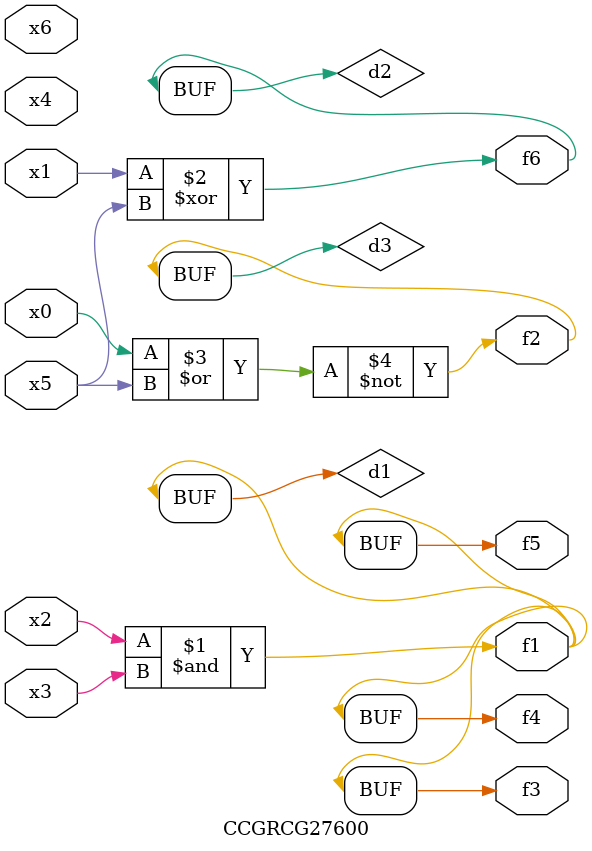
<source format=v>
module CCGRCG27600(
	input x0, x1, x2, x3, x4, x5, x6,
	output f1, f2, f3, f4, f5, f6
);

	wire d1, d2, d3;

	and (d1, x2, x3);
	xor (d2, x1, x5);
	nor (d3, x0, x5);
	assign f1 = d1;
	assign f2 = d3;
	assign f3 = d1;
	assign f4 = d1;
	assign f5 = d1;
	assign f6 = d2;
endmodule

</source>
